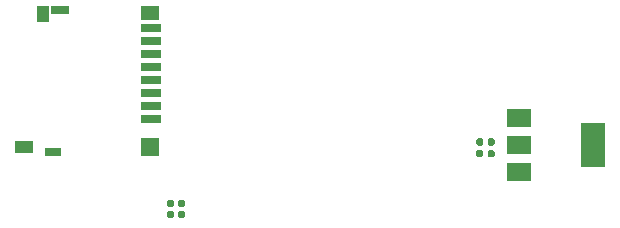
<source format=gbr>
%TF.GenerationSoftware,KiCad,Pcbnew,(5.1.6)-1*%
%TF.CreationDate,2020-08-08T14:22:08+05:30*%
%TF.ProjectId,F745_DISC,46373435-5f44-4495-9343-2e6b69636164,rev?*%
%TF.SameCoordinates,Original*%
%TF.FileFunction,Paste,Bot*%
%TF.FilePolarity,Positive*%
%FSLAX46Y46*%
G04 Gerber Fmt 4.6, Leading zero omitted, Abs format (unit mm)*
G04 Created by KiCad (PCBNEW (5.1.6)-1) date 2020-08-08 14:22:08*
%MOMM*%
%LPD*%
G01*
G04 APERTURE LIST*
%ADD10R,2.000000X1.500000*%
%ADD11R,2.000000X3.800000*%
%ADD12R,1.550000X1.000000*%
%ADD13R,1.500000X1.500000*%
%ADD14R,1.750000X0.700000*%
%ADD15R,1.400000X0.800000*%
%ADD16R,1.000000X1.450000*%
%ADD17R,1.500000X0.800000*%
%ADD18R,1.500000X1.300000*%
G04 APERTURE END LIST*
D10*
%TO.C,3.3 VREG*%
X75560000Y-52150000D03*
X75560000Y-47550000D03*
X75560000Y-49850000D03*
D11*
X81860000Y-49850000D03*
%TD*%
D12*
%TO.C,J1*%
X33650000Y-49985000D03*
D13*
X44325000Y-50035000D03*
D14*
X44450000Y-47585000D03*
X44450000Y-46485000D03*
X44450000Y-45385000D03*
X44450000Y-44285000D03*
X44450000Y-43185000D03*
X44450000Y-42085000D03*
X44450000Y-40985000D03*
D15*
X36075000Y-50385000D03*
D16*
X35225000Y-38760000D03*
D17*
X36725000Y-38435000D03*
D18*
X44325000Y-38685000D03*
D14*
X44450000Y-39885000D03*
%TD*%
%TO.C,C4_ST1*%
G36*
G01*
X45745000Y-55897500D02*
X45745000Y-55552500D01*
G75*
G02*
X45892500Y-55405000I147500J0D01*
G01*
X46187500Y-55405000D01*
G75*
G02*
X46335000Y-55552500I0J-147500D01*
G01*
X46335000Y-55897500D01*
G75*
G02*
X46187500Y-56045000I-147500J0D01*
G01*
X45892500Y-56045000D01*
G75*
G02*
X45745000Y-55897500I0J147500D01*
G01*
G37*
G36*
G01*
X46715000Y-55897500D02*
X46715000Y-55552500D01*
G75*
G02*
X46862500Y-55405000I147500J0D01*
G01*
X47157500Y-55405000D01*
G75*
G02*
X47305000Y-55552500I0J-147500D01*
G01*
X47305000Y-55897500D01*
G75*
G02*
X47157500Y-56045000I-147500J0D01*
G01*
X46862500Y-56045000D01*
G75*
G02*
X46715000Y-55897500I0J147500D01*
G01*
G37*
%TD*%
%TO.C,C3_ST1*%
G36*
G01*
X45735000Y-54947500D02*
X45735000Y-54602500D01*
G75*
G02*
X45882500Y-54455000I147500J0D01*
G01*
X46177500Y-54455000D01*
G75*
G02*
X46325000Y-54602500I0J-147500D01*
G01*
X46325000Y-54947500D01*
G75*
G02*
X46177500Y-55095000I-147500J0D01*
G01*
X45882500Y-55095000D01*
G75*
G02*
X45735000Y-54947500I0J147500D01*
G01*
G37*
G36*
G01*
X46705000Y-54947500D02*
X46705000Y-54602500D01*
G75*
G02*
X46852500Y-54455000I147500J0D01*
G01*
X47147500Y-54455000D01*
G75*
G02*
X47295000Y-54602500I0J-147500D01*
G01*
X47295000Y-54947500D01*
G75*
G02*
X47147500Y-55095000I-147500J0D01*
G01*
X46852500Y-55095000D01*
G75*
G02*
X46705000Y-54947500I0J147500D01*
G01*
G37*
%TD*%
%TO.C,C2_VREG1*%
G36*
G01*
X72530000Y-50387500D02*
X72530000Y-50732500D01*
G75*
G02*
X72382500Y-50880000I-147500J0D01*
G01*
X72087500Y-50880000D01*
G75*
G02*
X71940000Y-50732500I0J147500D01*
G01*
X71940000Y-50387500D01*
G75*
G02*
X72087500Y-50240000I147500J0D01*
G01*
X72382500Y-50240000D01*
G75*
G02*
X72530000Y-50387500I0J-147500D01*
G01*
G37*
G36*
G01*
X73500000Y-50387500D02*
X73500000Y-50732500D01*
G75*
G02*
X73352500Y-50880000I-147500J0D01*
G01*
X73057500Y-50880000D01*
G75*
G02*
X72910000Y-50732500I0J147500D01*
G01*
X72910000Y-50387500D01*
G75*
G02*
X73057500Y-50240000I147500J0D01*
G01*
X73352500Y-50240000D01*
G75*
G02*
X73500000Y-50387500I0J-147500D01*
G01*
G37*
%TD*%
%TO.C,C1_VREG1*%
G36*
G01*
X72910000Y-49742500D02*
X72910000Y-49397500D01*
G75*
G02*
X73057500Y-49250000I147500J0D01*
G01*
X73352500Y-49250000D01*
G75*
G02*
X73500000Y-49397500I0J-147500D01*
G01*
X73500000Y-49742500D01*
G75*
G02*
X73352500Y-49890000I-147500J0D01*
G01*
X73057500Y-49890000D01*
G75*
G02*
X72910000Y-49742500I0J147500D01*
G01*
G37*
G36*
G01*
X71940000Y-49742500D02*
X71940000Y-49397500D01*
G75*
G02*
X72087500Y-49250000I147500J0D01*
G01*
X72382500Y-49250000D01*
G75*
G02*
X72530000Y-49397500I0J-147500D01*
G01*
X72530000Y-49742500D01*
G75*
G02*
X72382500Y-49890000I-147500J0D01*
G01*
X72087500Y-49890000D01*
G75*
G02*
X71940000Y-49742500I0J147500D01*
G01*
G37*
%TD*%
M02*

</source>
